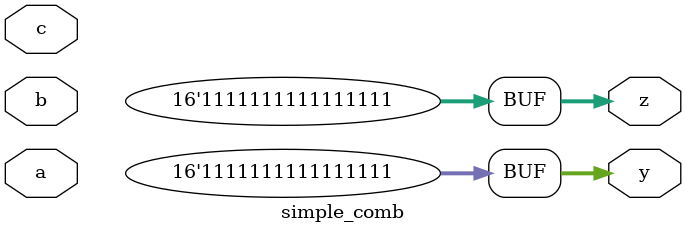
<source format=v>
module simple_comb(
  input  [15:0] a,
                b,
                c,
  output [15:0] y,
                z
);

  assign y = 16'hFFFF;
  assign z = 16'hFFFF;
endmodule


</source>
